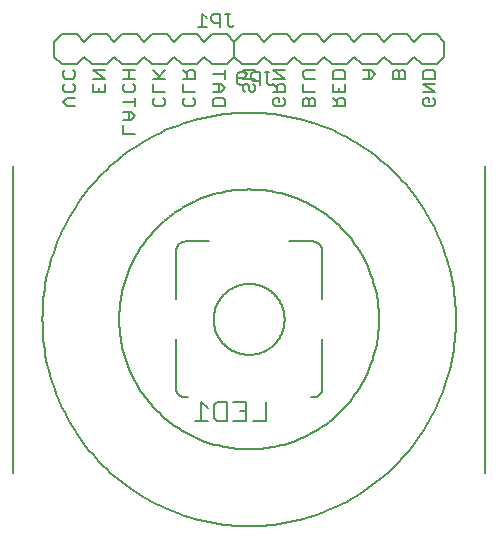
<source format=gbr>
G04 EAGLE Gerber RS-274X export*
G75*
%MOMM*%
%FSLAX34Y34*%
%LPD*%
%INSilkscreen Bottom*%
%IPPOS*%
%AMOC8*
5,1,8,0,0,1.08239X$1,22.5*%
G01*
%ADD10C,0.203200*%
%ADD11C,0.177800*%
%ADD12C,0.127000*%
%ADD13C,0.152400*%


D10*
X359164Y352782D02*
X360943Y351003D01*
X360943Y347444D01*
X359164Y345664D01*
X352046Y345664D01*
X350266Y347444D01*
X350266Y351003D01*
X352046Y352782D01*
X355605Y352782D01*
X355605Y349223D01*
X360943Y357358D02*
X350266Y357358D01*
X350266Y364476D02*
X360943Y357358D01*
X360943Y364476D02*
X350266Y364476D01*
X350266Y369052D02*
X360943Y369052D01*
X350266Y369052D02*
X350266Y374391D01*
X352046Y376170D01*
X359164Y376170D01*
X360943Y374391D01*
X360943Y369052D01*
X306584Y369052D02*
X299466Y369052D01*
X306584Y369052D02*
X310143Y372611D01*
X306584Y376170D01*
X299466Y376170D01*
X304805Y376170D02*
X304805Y369052D01*
X324866Y369052D02*
X335543Y369052D01*
X335543Y374391D01*
X333764Y376170D01*
X331984Y376170D01*
X330205Y374391D01*
X328425Y376170D01*
X326646Y376170D01*
X324866Y374391D01*
X324866Y369052D01*
X330205Y369052D02*
X330205Y374391D01*
X259343Y345664D02*
X248666Y345664D01*
X259343Y345664D02*
X259343Y351003D01*
X257564Y352782D01*
X255784Y352782D01*
X254005Y351003D01*
X252225Y352782D01*
X250446Y352782D01*
X248666Y351003D01*
X248666Y345664D01*
X254005Y345664D02*
X254005Y351003D01*
X259343Y357358D02*
X248666Y357358D01*
X248666Y364476D01*
X250446Y369052D02*
X259343Y369052D01*
X250446Y369052D02*
X248666Y370831D01*
X248666Y374391D01*
X250446Y376170D01*
X259343Y376170D01*
X233943Y351003D02*
X232164Y352782D01*
X233943Y351003D02*
X233943Y347444D01*
X232164Y345664D01*
X225046Y345664D01*
X223266Y347444D01*
X223266Y351003D01*
X225046Y352782D01*
X228605Y352782D01*
X228605Y349223D01*
X233943Y357358D02*
X223266Y357358D01*
X233943Y357358D02*
X233943Y362697D01*
X232164Y364476D01*
X228605Y364476D01*
X226825Y362697D01*
X226825Y357358D01*
X226825Y360917D02*
X223266Y364476D01*
X223266Y369052D02*
X233943Y369052D01*
X223266Y376170D01*
X233943Y376170D01*
X183143Y345664D02*
X172466Y345664D01*
X172466Y351003D01*
X174246Y352782D01*
X181364Y352782D01*
X183143Y351003D01*
X183143Y345664D01*
X179584Y357358D02*
X172466Y357358D01*
X179584Y357358D02*
X183143Y360917D01*
X179584Y364476D01*
X172466Y364476D01*
X177805Y364476D02*
X177805Y357358D01*
X172466Y372611D02*
X183143Y372611D01*
X183143Y369052D02*
X183143Y376170D01*
X81543Y364476D02*
X81543Y357358D01*
X70866Y357358D01*
X70866Y364476D01*
X76205Y360917D02*
X76205Y357358D01*
X81543Y369052D02*
X70866Y369052D01*
X70866Y376170D02*
X81543Y369052D01*
X81543Y376170D02*
X70866Y376170D01*
X96266Y322276D02*
X106943Y322276D01*
X96266Y322276D02*
X96266Y329394D01*
X96266Y333970D02*
X103384Y333970D01*
X106943Y337529D01*
X103384Y341088D01*
X96266Y341088D01*
X101605Y341088D02*
X101605Y333970D01*
X96266Y349223D02*
X106943Y349223D01*
X106943Y345664D02*
X106943Y352782D01*
X106943Y362697D02*
X105164Y364476D01*
X106943Y362697D02*
X106943Y359137D01*
X105164Y357358D01*
X98046Y357358D01*
X96266Y359137D01*
X96266Y362697D01*
X98046Y364476D01*
X96266Y369052D02*
X106943Y369052D01*
X101605Y369052D02*
X101605Y376170D01*
X106943Y376170D02*
X96266Y376170D01*
X130564Y352782D02*
X132343Y351003D01*
X132343Y347444D01*
X130564Y345664D01*
X123446Y345664D01*
X121666Y347444D01*
X121666Y351003D01*
X123446Y352782D01*
X121666Y357358D02*
X132343Y357358D01*
X121666Y357358D02*
X121666Y364476D01*
X121666Y369052D02*
X132343Y369052D01*
X125225Y369052D02*
X132343Y376170D01*
X127005Y370831D02*
X121666Y376170D01*
X155964Y352782D02*
X157743Y351003D01*
X157743Y347444D01*
X155964Y345664D01*
X148846Y345664D01*
X147066Y347444D01*
X147066Y351003D01*
X148846Y352782D01*
X147066Y357358D02*
X157743Y357358D01*
X147066Y357358D02*
X147066Y364476D01*
X147066Y369052D02*
X157743Y369052D01*
X157743Y374391D01*
X155964Y376170D01*
X152405Y376170D01*
X150625Y374391D01*
X150625Y369052D01*
X150625Y372611D02*
X147066Y376170D01*
X56143Y345664D02*
X49025Y345664D01*
X45466Y349223D01*
X49025Y352782D01*
X56143Y352782D01*
X56143Y362697D02*
X54364Y364476D01*
X56143Y362697D02*
X56143Y359138D01*
X54364Y357358D01*
X47246Y357358D01*
X45466Y359138D01*
X45466Y362697D01*
X47246Y364476D01*
X56143Y374391D02*
X54364Y376170D01*
X56143Y374391D02*
X56143Y370831D01*
X54364Y369052D01*
X47246Y369052D01*
X45466Y370831D01*
X45466Y374391D01*
X47246Y376170D01*
X206764Y364476D02*
X208543Y362697D01*
X208543Y359138D01*
X206764Y357358D01*
X204984Y357358D01*
X203205Y359138D01*
X203205Y362697D01*
X201425Y364476D01*
X199646Y364476D01*
X197866Y362697D01*
X197866Y359138D01*
X199646Y357358D01*
X197866Y369052D02*
X208543Y369052D01*
X201425Y372611D02*
X197866Y369052D01*
X201425Y372611D02*
X197866Y376170D01*
X208543Y376170D01*
X274066Y345664D02*
X284743Y345664D01*
X284743Y351003D01*
X282964Y352782D01*
X279405Y352782D01*
X277625Y351003D01*
X277625Y345664D01*
X277625Y349223D02*
X274066Y352782D01*
X284743Y357358D02*
X284743Y364476D01*
X284743Y357358D02*
X274066Y357358D01*
X274066Y364476D01*
X279405Y360917D02*
X279405Y357358D01*
X284743Y369052D02*
X274066Y369052D01*
X274066Y374391D01*
X275846Y376170D01*
X282964Y376170D01*
X284743Y374391D01*
X284743Y369052D01*
D11*
X3200Y295100D02*
X3200Y35100D01*
X403200Y35100D02*
X403200Y295100D01*
X28200Y165100D02*
X28253Y169395D01*
X28411Y173687D01*
X28674Y177974D01*
X29043Y182253D01*
X29516Y186522D01*
X30094Y190778D01*
X30776Y195018D01*
X31563Y199241D01*
X32452Y203443D01*
X33445Y207622D01*
X34539Y211775D01*
X35735Y215900D01*
X37033Y219994D01*
X38430Y224056D01*
X39926Y228082D01*
X41521Y232070D01*
X43213Y236017D01*
X45002Y239922D01*
X46886Y243782D01*
X48864Y247594D01*
X50935Y251357D01*
X53097Y255068D01*
X55351Y258725D01*
X57693Y262325D01*
X60123Y265866D01*
X62639Y269347D01*
X65239Y272766D01*
X67923Y276119D01*
X70688Y279405D01*
X73534Y282623D01*
X76457Y285770D01*
X79456Y288844D01*
X82530Y291843D01*
X85677Y294766D01*
X88895Y297612D01*
X92181Y300377D01*
X95534Y303061D01*
X98953Y305661D01*
X102434Y308177D01*
X105975Y310607D01*
X109575Y312949D01*
X113232Y315203D01*
X116943Y317365D01*
X120706Y319436D01*
X124518Y321414D01*
X128378Y323298D01*
X132283Y325087D01*
X136230Y326779D01*
X140218Y328374D01*
X144244Y329870D01*
X148306Y331267D01*
X152400Y332565D01*
X156525Y333761D01*
X160678Y334855D01*
X164857Y335848D01*
X169059Y336737D01*
X173282Y337524D01*
X177522Y338206D01*
X181778Y338784D01*
X186047Y339257D01*
X190326Y339626D01*
X194613Y339889D01*
X198905Y340047D01*
X203200Y340100D01*
X207495Y340047D01*
X211787Y339889D01*
X216074Y339626D01*
X220353Y339257D01*
X224622Y338784D01*
X228878Y338206D01*
X233118Y337524D01*
X237341Y336737D01*
X241543Y335848D01*
X245722Y334855D01*
X249875Y333761D01*
X254000Y332565D01*
X258094Y331267D01*
X262156Y329870D01*
X266182Y328374D01*
X270170Y326779D01*
X274117Y325087D01*
X278022Y323298D01*
X281882Y321414D01*
X285694Y319436D01*
X289457Y317365D01*
X293168Y315203D01*
X296825Y312949D01*
X300425Y310607D01*
X303966Y308177D01*
X307447Y305661D01*
X310866Y303061D01*
X314219Y300377D01*
X317505Y297612D01*
X320723Y294766D01*
X323870Y291843D01*
X326944Y288844D01*
X329943Y285770D01*
X332866Y282623D01*
X335712Y279405D01*
X338477Y276119D01*
X341161Y272766D01*
X343761Y269347D01*
X346277Y265866D01*
X348707Y262325D01*
X351049Y258725D01*
X353303Y255068D01*
X355465Y251357D01*
X357536Y247594D01*
X359514Y243782D01*
X361398Y239922D01*
X363187Y236017D01*
X364879Y232070D01*
X366474Y228082D01*
X367970Y224056D01*
X369367Y219994D01*
X370665Y215900D01*
X371861Y211775D01*
X372955Y207622D01*
X373948Y203443D01*
X374837Y199241D01*
X375624Y195018D01*
X376306Y190778D01*
X376884Y186522D01*
X377357Y182253D01*
X377726Y177974D01*
X377989Y173687D01*
X378147Y169395D01*
X378200Y165100D01*
X378147Y160805D01*
X377989Y156513D01*
X377726Y152226D01*
X377357Y147947D01*
X376884Y143678D01*
X376306Y139422D01*
X375624Y135182D01*
X374837Y130959D01*
X373948Y126757D01*
X372955Y122578D01*
X371861Y118425D01*
X370665Y114300D01*
X369367Y110206D01*
X367970Y106144D01*
X366474Y102118D01*
X364879Y98130D01*
X363187Y94183D01*
X361398Y90278D01*
X359514Y86418D01*
X357536Y82606D01*
X355465Y78843D01*
X353303Y75132D01*
X351049Y71475D01*
X348707Y67875D01*
X346277Y64334D01*
X343761Y60853D01*
X341161Y57434D01*
X338477Y54081D01*
X335712Y50795D01*
X332866Y47577D01*
X329943Y44430D01*
X326944Y41356D01*
X323870Y38357D01*
X320723Y35434D01*
X317505Y32588D01*
X314219Y29823D01*
X310866Y27139D01*
X307447Y24539D01*
X303966Y22023D01*
X300425Y19593D01*
X296825Y17251D01*
X293168Y14997D01*
X289457Y12835D01*
X285694Y10764D01*
X281882Y8786D01*
X278022Y6902D01*
X274117Y5113D01*
X270170Y3421D01*
X266182Y1826D01*
X262156Y330D01*
X258094Y-1067D01*
X254000Y-2365D01*
X249875Y-3561D01*
X245722Y-4655D01*
X241543Y-5648D01*
X237341Y-6537D01*
X233118Y-7324D01*
X228878Y-8006D01*
X224622Y-8584D01*
X220353Y-9057D01*
X216074Y-9426D01*
X211787Y-9689D01*
X207495Y-9847D01*
X203200Y-9900D01*
X198905Y-9847D01*
X194613Y-9689D01*
X190326Y-9426D01*
X186047Y-9057D01*
X181778Y-8584D01*
X177522Y-8006D01*
X173282Y-7324D01*
X169059Y-6537D01*
X164857Y-5648D01*
X160678Y-4655D01*
X156525Y-3561D01*
X152400Y-2365D01*
X148306Y-1067D01*
X144244Y330D01*
X140218Y1826D01*
X136230Y3421D01*
X132283Y5113D01*
X128378Y6902D01*
X124518Y8786D01*
X120706Y10764D01*
X116943Y12835D01*
X113232Y14997D01*
X109575Y17251D01*
X105975Y19593D01*
X102434Y22023D01*
X98953Y24539D01*
X95534Y27139D01*
X92181Y29823D01*
X88895Y32588D01*
X85677Y35434D01*
X82530Y38357D01*
X79456Y41356D01*
X76457Y44430D01*
X73534Y47577D01*
X70688Y50795D01*
X67923Y54081D01*
X65239Y57434D01*
X62639Y60853D01*
X60123Y64334D01*
X57693Y67875D01*
X55351Y71475D01*
X53097Y75132D01*
X50935Y78843D01*
X48864Y82606D01*
X46886Y86418D01*
X45002Y90278D01*
X43213Y94183D01*
X41521Y98130D01*
X39926Y102118D01*
X38430Y106144D01*
X37033Y110206D01*
X35735Y114300D01*
X34539Y118425D01*
X33445Y122578D01*
X32452Y126757D01*
X31563Y130959D01*
X30776Y135182D01*
X30094Y139422D01*
X29516Y143678D01*
X29043Y147947D01*
X28674Y152226D01*
X28411Y156513D01*
X28253Y160805D01*
X28200Y165100D01*
D12*
X93200Y165100D02*
X93233Y167800D01*
X93332Y170497D01*
X93498Y173192D01*
X93730Y175882D01*
X94027Y178565D01*
X94391Y181240D01*
X94819Y183906D01*
X95314Y186560D01*
X95873Y189201D01*
X96497Y191828D01*
X97185Y194438D01*
X97937Y197031D01*
X98752Y199605D01*
X99630Y202158D01*
X100571Y204688D01*
X101573Y207195D01*
X102637Y209677D01*
X103761Y212131D01*
X104945Y214557D01*
X106189Y216954D01*
X107490Y219319D01*
X108850Y221651D01*
X110266Y223950D01*
X111738Y226213D01*
X113266Y228439D01*
X114847Y230627D01*
X116482Y232775D01*
X118169Y234883D01*
X119907Y236949D01*
X121695Y238971D01*
X123533Y240949D01*
X125418Y242882D01*
X127351Y244767D01*
X129329Y246605D01*
X131351Y248393D01*
X133417Y250131D01*
X135525Y251818D01*
X137673Y253453D01*
X139861Y255034D01*
X142087Y256562D01*
X144350Y258034D01*
X146649Y259450D01*
X148981Y260810D01*
X151346Y262111D01*
X153743Y263355D01*
X156169Y264539D01*
X158623Y265663D01*
X161105Y266727D01*
X163612Y267729D01*
X166142Y268670D01*
X168695Y269548D01*
X171269Y270363D01*
X173862Y271115D01*
X176472Y271803D01*
X179099Y272427D01*
X181740Y272986D01*
X184394Y273481D01*
X187060Y273909D01*
X189735Y274273D01*
X192418Y274570D01*
X195108Y274802D01*
X197803Y274968D01*
X200500Y275067D01*
X203200Y275100D01*
X205900Y275067D01*
X208597Y274968D01*
X211292Y274802D01*
X213982Y274570D01*
X216665Y274273D01*
X219340Y273909D01*
X222006Y273481D01*
X224660Y272986D01*
X227301Y272427D01*
X229928Y271803D01*
X232538Y271115D01*
X235131Y270363D01*
X237705Y269548D01*
X240258Y268670D01*
X242788Y267729D01*
X245295Y266727D01*
X247777Y265663D01*
X250231Y264539D01*
X252657Y263355D01*
X255054Y262111D01*
X257419Y260810D01*
X259751Y259450D01*
X262050Y258034D01*
X264313Y256562D01*
X266539Y255034D01*
X268727Y253453D01*
X270875Y251818D01*
X272983Y250131D01*
X275049Y248393D01*
X277071Y246605D01*
X279049Y244767D01*
X280982Y242882D01*
X282867Y240949D01*
X284705Y238971D01*
X286493Y236949D01*
X288231Y234883D01*
X289918Y232775D01*
X291553Y230627D01*
X293134Y228439D01*
X294662Y226213D01*
X296134Y223950D01*
X297550Y221651D01*
X298910Y219319D01*
X300211Y216954D01*
X301455Y214557D01*
X302639Y212131D01*
X303763Y209677D01*
X304827Y207195D01*
X305829Y204688D01*
X306770Y202158D01*
X307648Y199605D01*
X308463Y197031D01*
X309215Y194438D01*
X309903Y191828D01*
X310527Y189201D01*
X311086Y186560D01*
X311581Y183906D01*
X312009Y181240D01*
X312373Y178565D01*
X312670Y175882D01*
X312902Y173192D01*
X313068Y170497D01*
X313167Y167800D01*
X313200Y165100D01*
X313167Y162400D01*
X313068Y159703D01*
X312902Y157008D01*
X312670Y154318D01*
X312373Y151635D01*
X312009Y148960D01*
X311581Y146294D01*
X311086Y143640D01*
X310527Y140999D01*
X309903Y138372D01*
X309215Y135762D01*
X308463Y133169D01*
X307648Y130595D01*
X306770Y128042D01*
X305829Y125512D01*
X304827Y123005D01*
X303763Y120523D01*
X302639Y118069D01*
X301455Y115643D01*
X300211Y113246D01*
X298910Y110881D01*
X297550Y108549D01*
X296134Y106250D01*
X294662Y103987D01*
X293134Y101761D01*
X291553Y99573D01*
X289918Y97425D01*
X288231Y95317D01*
X286493Y93251D01*
X284705Y91229D01*
X282867Y89251D01*
X280982Y87318D01*
X279049Y85433D01*
X277071Y83595D01*
X275049Y81807D01*
X272983Y80069D01*
X270875Y78382D01*
X268727Y76747D01*
X266539Y75166D01*
X264313Y73638D01*
X262050Y72166D01*
X259751Y70750D01*
X257419Y69390D01*
X255054Y68089D01*
X252657Y66845D01*
X250231Y65661D01*
X247777Y64537D01*
X245295Y63473D01*
X242788Y62471D01*
X240258Y61530D01*
X237705Y60652D01*
X235131Y59837D01*
X232538Y59085D01*
X229928Y58397D01*
X227301Y57773D01*
X224660Y57214D01*
X222006Y56719D01*
X219340Y56291D01*
X216665Y55927D01*
X213982Y55630D01*
X211292Y55398D01*
X208597Y55232D01*
X205900Y55133D01*
X203200Y55100D01*
X200500Y55133D01*
X197803Y55232D01*
X195108Y55398D01*
X192418Y55630D01*
X189735Y55927D01*
X187060Y56291D01*
X184394Y56719D01*
X181740Y57214D01*
X179099Y57773D01*
X176472Y58397D01*
X173862Y59085D01*
X171269Y59837D01*
X168695Y60652D01*
X166142Y61530D01*
X163612Y62471D01*
X161105Y63473D01*
X158623Y64537D01*
X156169Y65661D01*
X153743Y66845D01*
X151346Y68089D01*
X148981Y69390D01*
X146649Y70750D01*
X144350Y72166D01*
X142087Y73638D01*
X139861Y75166D01*
X137673Y76747D01*
X135525Y78382D01*
X133417Y80069D01*
X131351Y81807D01*
X129329Y83595D01*
X127351Y85433D01*
X125418Y87318D01*
X123533Y89251D01*
X121695Y91229D01*
X119907Y93251D01*
X118169Y95317D01*
X116482Y97425D01*
X114847Y99573D01*
X113266Y101761D01*
X111738Y103987D01*
X110266Y106250D01*
X108850Y108549D01*
X107490Y110881D01*
X106189Y113246D01*
X104945Y115643D01*
X103761Y118069D01*
X102637Y120523D01*
X101573Y123005D01*
X100571Y125512D01*
X99630Y128042D01*
X98752Y130595D01*
X97937Y133169D01*
X97185Y135762D01*
X96497Y138372D01*
X95873Y140999D01*
X95314Y143640D01*
X94819Y146294D01*
X94391Y148960D01*
X94027Y151635D01*
X93730Y154318D01*
X93498Y157008D01*
X93332Y159703D01*
X93233Y162400D01*
X93200Y165100D01*
D13*
X217124Y95452D02*
X217124Y79182D01*
X206278Y79182D01*
X200753Y95452D02*
X189906Y95452D01*
X200753Y95452D02*
X200753Y79182D01*
X189906Y79182D01*
X195330Y87317D02*
X200753Y87317D01*
X184381Y95452D02*
X184381Y79182D01*
X176246Y79182D01*
X173535Y81894D01*
X173535Y92740D01*
X176246Y95452D01*
X184381Y95452D01*
X168010Y90029D02*
X162586Y95452D01*
X162586Y79182D01*
X157163Y79182D02*
X168010Y79182D01*
D10*
X63500Y400050D02*
X57150Y406400D01*
X44450Y406400D01*
X38100Y400050D01*
X38100Y387350D02*
X44450Y381000D01*
X57150Y381000D01*
X63500Y387350D01*
X95250Y406400D02*
X107950Y406400D01*
X95250Y406400D02*
X88900Y400050D01*
X88900Y387350D02*
X95250Y381000D01*
X88900Y400050D02*
X82550Y406400D01*
X69850Y406400D01*
X63500Y400050D01*
X63500Y387350D02*
X69850Y381000D01*
X82550Y381000D01*
X88900Y387350D01*
X133350Y406400D02*
X139700Y400050D01*
X133350Y406400D02*
X120650Y406400D01*
X114300Y400050D01*
X114300Y387350D02*
X120650Y381000D01*
X133350Y381000D01*
X139700Y387350D01*
X114300Y400050D02*
X107950Y406400D01*
X114300Y387350D02*
X107950Y381000D01*
X95250Y381000D01*
X171450Y406400D02*
X184150Y406400D01*
X171450Y406400D02*
X165100Y400050D01*
X165100Y387350D02*
X171450Y381000D01*
X165100Y400050D02*
X158750Y406400D01*
X146050Y406400D01*
X139700Y400050D01*
X139700Y387350D02*
X146050Y381000D01*
X158750Y381000D01*
X165100Y387350D01*
X190500Y387350D02*
X190500Y400050D01*
X184150Y406400D01*
X190500Y387350D02*
X184150Y381000D01*
X171450Y381000D01*
X38100Y387350D02*
X38100Y400050D01*
D12*
X188720Y412623D02*
X190627Y414530D01*
X188720Y412623D02*
X186814Y412623D01*
X184907Y414530D01*
X184907Y424063D01*
X183001Y424063D02*
X186814Y424063D01*
X178933Y424063D02*
X178933Y412623D01*
X178933Y424063D02*
X173213Y424063D01*
X171307Y422156D01*
X171307Y418343D01*
X173213Y416436D01*
X178933Y416436D01*
X167239Y420250D02*
X163426Y424063D01*
X163426Y412623D01*
X167239Y412623D02*
X159613Y412623D01*
D10*
X349250Y381000D02*
X361950Y381000D01*
X368300Y387350D01*
X368300Y400050D02*
X361950Y406400D01*
X323850Y381000D02*
X317500Y387350D01*
X323850Y381000D02*
X336550Y381000D01*
X342900Y387350D01*
X342900Y400050D02*
X336550Y406400D01*
X323850Y406400D01*
X317500Y400050D01*
X342900Y387350D02*
X349250Y381000D01*
X342900Y400050D02*
X349250Y406400D01*
X361950Y406400D01*
X285750Y381000D02*
X273050Y381000D01*
X285750Y381000D02*
X292100Y387350D01*
X292100Y400050D02*
X285750Y406400D01*
X292100Y387350D02*
X298450Y381000D01*
X311150Y381000D01*
X317500Y387350D01*
X317500Y400050D02*
X311150Y406400D01*
X298450Y406400D01*
X292100Y400050D01*
X247650Y381000D02*
X241300Y387350D01*
X247650Y381000D02*
X260350Y381000D01*
X266700Y387350D01*
X266700Y400050D02*
X260350Y406400D01*
X247650Y406400D01*
X241300Y400050D01*
X266700Y387350D02*
X273050Y381000D01*
X266700Y400050D02*
X273050Y406400D01*
X285750Y406400D01*
X209550Y381000D02*
X196850Y381000D01*
X209550Y381000D02*
X215900Y387350D01*
X215900Y400050D02*
X209550Y406400D01*
X215900Y387350D02*
X222250Y381000D01*
X234950Y381000D01*
X241300Y387350D01*
X241300Y400050D02*
X234950Y406400D01*
X222250Y406400D01*
X215900Y400050D01*
X190500Y400050D02*
X190500Y387350D01*
X196850Y381000D01*
X190500Y400050D02*
X196850Y406400D01*
X209550Y406400D01*
X368300Y400050D02*
X368300Y387350D01*
D12*
X224185Y365254D02*
X222278Y363347D01*
X220372Y363347D01*
X218465Y365254D01*
X218465Y374787D01*
X220372Y374787D02*
X216558Y374787D01*
X212491Y374787D02*
X212491Y363347D01*
X212491Y374787D02*
X206771Y374787D01*
X204865Y372880D01*
X204865Y369067D01*
X206771Y367160D01*
X212491Y367160D01*
X200797Y365254D02*
X198890Y363347D01*
X195077Y363347D01*
X193171Y365254D01*
X193171Y372880D01*
X195077Y374787D01*
X198890Y374787D01*
X200797Y372880D01*
X200797Y370974D01*
X198890Y369067D01*
X193171Y369067D01*
D10*
X141200Y148100D02*
X141200Y107162D01*
X141202Y106967D01*
X141209Y106772D01*
X141221Y106578D01*
X141238Y106384D01*
X141259Y106190D01*
X141285Y105997D01*
X141315Y105805D01*
X141350Y105613D01*
X141390Y105422D01*
X141434Y105233D01*
X141483Y105044D01*
X141537Y104857D01*
X141595Y104671D01*
X141657Y104486D01*
X141724Y104303D01*
X141795Y104122D01*
X141871Y103942D01*
X141951Y103765D01*
X142035Y103589D01*
X142123Y103415D01*
X142216Y103244D01*
X142313Y103075D01*
X142414Y102908D01*
X142518Y102744D01*
X142627Y102582D01*
X142740Y102423D01*
X142856Y102267D01*
X142976Y102114D01*
X143100Y101963D01*
X143228Y101816D01*
X143358Y101672D01*
X143493Y101531D01*
X143631Y101393D01*
X143772Y101258D01*
X143916Y101128D01*
X144063Y101000D01*
X144214Y100876D01*
X144367Y100756D01*
X144523Y100640D01*
X144682Y100527D01*
X144844Y100418D01*
X145008Y100314D01*
X145175Y100213D01*
X145344Y100116D01*
X145515Y100023D01*
X145689Y99935D01*
X145865Y99851D01*
X146042Y99771D01*
X146222Y99695D01*
X146403Y99624D01*
X146586Y99557D01*
X146771Y99495D01*
X146957Y99437D01*
X147144Y99383D01*
X147333Y99334D01*
X147522Y99290D01*
X147713Y99250D01*
X147905Y99215D01*
X148097Y99185D01*
X148290Y99159D01*
X148484Y99138D01*
X148678Y99121D01*
X148872Y99109D01*
X149067Y99102D01*
X149262Y99100D01*
X151200Y99100D01*
X257138Y99100D02*
X257333Y99102D01*
X257528Y99109D01*
X257722Y99121D01*
X257916Y99138D01*
X258110Y99159D01*
X258303Y99185D01*
X258495Y99215D01*
X258687Y99250D01*
X258878Y99290D01*
X259067Y99334D01*
X259256Y99383D01*
X259443Y99437D01*
X259629Y99495D01*
X259814Y99557D01*
X259997Y99624D01*
X260178Y99695D01*
X260358Y99771D01*
X260535Y99851D01*
X260711Y99935D01*
X260885Y100023D01*
X261056Y100116D01*
X261225Y100213D01*
X261392Y100314D01*
X261556Y100418D01*
X261718Y100527D01*
X261877Y100640D01*
X262033Y100756D01*
X262186Y100876D01*
X262337Y101000D01*
X262484Y101128D01*
X262628Y101258D01*
X262769Y101393D01*
X262907Y101531D01*
X263042Y101672D01*
X263172Y101816D01*
X263300Y101963D01*
X263424Y102114D01*
X263544Y102267D01*
X263660Y102423D01*
X263773Y102582D01*
X263882Y102744D01*
X263986Y102908D01*
X264087Y103075D01*
X264184Y103244D01*
X264277Y103415D01*
X264365Y103589D01*
X264449Y103765D01*
X264529Y103942D01*
X264605Y104122D01*
X264676Y104303D01*
X264743Y104486D01*
X264805Y104671D01*
X264863Y104857D01*
X264917Y105044D01*
X264966Y105233D01*
X265010Y105422D01*
X265050Y105613D01*
X265085Y105805D01*
X265115Y105997D01*
X265141Y106190D01*
X265162Y106384D01*
X265179Y106578D01*
X265191Y106772D01*
X265198Y106967D01*
X265200Y107162D01*
X257138Y99100D02*
X255200Y99100D01*
X265200Y107162D02*
X265200Y148100D01*
X265200Y182100D02*
X265200Y223038D01*
X265198Y223233D01*
X265191Y223428D01*
X265179Y223622D01*
X265162Y223816D01*
X265141Y224010D01*
X265115Y224203D01*
X265085Y224395D01*
X265050Y224587D01*
X265010Y224778D01*
X264966Y224967D01*
X264917Y225156D01*
X264863Y225343D01*
X264805Y225529D01*
X264743Y225714D01*
X264676Y225897D01*
X264605Y226078D01*
X264529Y226258D01*
X264449Y226435D01*
X264365Y226611D01*
X264277Y226785D01*
X264184Y226956D01*
X264087Y227125D01*
X263986Y227292D01*
X263882Y227456D01*
X263773Y227618D01*
X263660Y227777D01*
X263544Y227933D01*
X263424Y228086D01*
X263300Y228237D01*
X263172Y228384D01*
X263042Y228528D01*
X262907Y228669D01*
X262769Y228807D01*
X262628Y228942D01*
X262484Y229072D01*
X262337Y229200D01*
X262186Y229324D01*
X262033Y229444D01*
X261877Y229560D01*
X261718Y229673D01*
X261556Y229782D01*
X261392Y229886D01*
X261225Y229987D01*
X261056Y230084D01*
X260885Y230177D01*
X260711Y230265D01*
X260535Y230349D01*
X260358Y230429D01*
X260178Y230505D01*
X259997Y230576D01*
X259814Y230643D01*
X259629Y230705D01*
X259443Y230763D01*
X259256Y230817D01*
X259067Y230866D01*
X258878Y230910D01*
X258687Y230950D01*
X258495Y230985D01*
X258303Y231015D01*
X258110Y231041D01*
X257916Y231062D01*
X257722Y231079D01*
X257528Y231091D01*
X257333Y231098D01*
X257138Y231100D01*
X237200Y231100D01*
X149262Y231100D02*
X149067Y231098D01*
X148872Y231091D01*
X148678Y231079D01*
X148484Y231062D01*
X148290Y231041D01*
X148097Y231015D01*
X147905Y230985D01*
X147713Y230950D01*
X147522Y230910D01*
X147333Y230866D01*
X147144Y230817D01*
X146957Y230763D01*
X146771Y230705D01*
X146586Y230643D01*
X146403Y230576D01*
X146222Y230505D01*
X146042Y230429D01*
X145865Y230349D01*
X145689Y230265D01*
X145515Y230177D01*
X145344Y230084D01*
X145175Y229987D01*
X145008Y229886D01*
X144844Y229782D01*
X144682Y229673D01*
X144523Y229560D01*
X144367Y229444D01*
X144214Y229324D01*
X144063Y229200D01*
X143916Y229072D01*
X143772Y228942D01*
X143631Y228807D01*
X143493Y228669D01*
X143358Y228528D01*
X143228Y228384D01*
X143100Y228237D01*
X142976Y228086D01*
X142856Y227933D01*
X142740Y227777D01*
X142627Y227618D01*
X142518Y227456D01*
X142414Y227292D01*
X142313Y227125D01*
X142216Y226956D01*
X142123Y226785D01*
X142035Y226611D01*
X141951Y226435D01*
X141871Y226258D01*
X141795Y226078D01*
X141724Y225897D01*
X141657Y225714D01*
X141595Y225529D01*
X141537Y225343D01*
X141483Y225156D01*
X141434Y224967D01*
X141390Y224778D01*
X141350Y224587D01*
X141315Y224395D01*
X141285Y224203D01*
X141259Y224010D01*
X141238Y223816D01*
X141221Y223622D01*
X141209Y223428D01*
X141202Y223233D01*
X141200Y223038D01*
X149262Y231100D02*
X169200Y231100D01*
X141200Y223038D02*
X141200Y182100D01*
X173200Y165100D02*
X173209Y165836D01*
X173236Y166572D01*
X173281Y167307D01*
X173344Y168041D01*
X173426Y168772D01*
X173525Y169502D01*
X173642Y170229D01*
X173776Y170953D01*
X173929Y171673D01*
X174099Y172389D01*
X174287Y173101D01*
X174492Y173809D01*
X174714Y174510D01*
X174954Y175207D01*
X175210Y175897D01*
X175484Y176581D01*
X175774Y177257D01*
X176080Y177927D01*
X176403Y178588D01*
X176742Y179242D01*
X177097Y179887D01*
X177468Y180523D01*
X177854Y181150D01*
X178256Y181767D01*
X178672Y182374D01*
X179104Y182971D01*
X179550Y183557D01*
X180010Y184132D01*
X180484Y184695D01*
X180971Y185247D01*
X181473Y185786D01*
X181987Y186313D01*
X182514Y186827D01*
X183053Y187329D01*
X183605Y187816D01*
X184168Y188290D01*
X184743Y188750D01*
X185329Y189196D01*
X185926Y189628D01*
X186533Y190044D01*
X187150Y190446D01*
X187777Y190832D01*
X188413Y191203D01*
X189058Y191558D01*
X189712Y191897D01*
X190373Y192220D01*
X191043Y192526D01*
X191719Y192816D01*
X192403Y193090D01*
X193093Y193346D01*
X193790Y193586D01*
X194491Y193808D01*
X195199Y194013D01*
X195911Y194201D01*
X196627Y194371D01*
X197347Y194524D01*
X198071Y194658D01*
X198798Y194775D01*
X199528Y194874D01*
X200259Y194956D01*
X200993Y195019D01*
X201728Y195064D01*
X202464Y195091D01*
X203200Y195100D01*
X203936Y195091D01*
X204672Y195064D01*
X205407Y195019D01*
X206141Y194956D01*
X206872Y194874D01*
X207602Y194775D01*
X208329Y194658D01*
X209053Y194524D01*
X209773Y194371D01*
X210489Y194201D01*
X211201Y194013D01*
X211909Y193808D01*
X212610Y193586D01*
X213307Y193346D01*
X213997Y193090D01*
X214681Y192816D01*
X215357Y192526D01*
X216027Y192220D01*
X216688Y191897D01*
X217342Y191558D01*
X217987Y191203D01*
X218623Y190832D01*
X219250Y190446D01*
X219867Y190044D01*
X220474Y189628D01*
X221071Y189196D01*
X221657Y188750D01*
X222232Y188290D01*
X222795Y187816D01*
X223347Y187329D01*
X223886Y186827D01*
X224413Y186313D01*
X224927Y185786D01*
X225429Y185247D01*
X225916Y184695D01*
X226390Y184132D01*
X226850Y183557D01*
X227296Y182971D01*
X227728Y182374D01*
X228144Y181767D01*
X228546Y181150D01*
X228932Y180523D01*
X229303Y179887D01*
X229658Y179242D01*
X229997Y178588D01*
X230320Y177927D01*
X230626Y177257D01*
X230916Y176581D01*
X231190Y175897D01*
X231446Y175207D01*
X231686Y174510D01*
X231908Y173809D01*
X232113Y173101D01*
X232301Y172389D01*
X232471Y171673D01*
X232624Y170953D01*
X232758Y170229D01*
X232875Y169502D01*
X232974Y168772D01*
X233056Y168041D01*
X233119Y167307D01*
X233164Y166572D01*
X233191Y165836D01*
X233200Y165100D01*
X233191Y164364D01*
X233164Y163628D01*
X233119Y162893D01*
X233056Y162159D01*
X232974Y161428D01*
X232875Y160698D01*
X232758Y159971D01*
X232624Y159247D01*
X232471Y158527D01*
X232301Y157811D01*
X232113Y157099D01*
X231908Y156391D01*
X231686Y155690D01*
X231446Y154993D01*
X231190Y154303D01*
X230916Y153619D01*
X230626Y152943D01*
X230320Y152273D01*
X229997Y151612D01*
X229658Y150958D01*
X229303Y150313D01*
X228932Y149677D01*
X228546Y149050D01*
X228144Y148433D01*
X227728Y147826D01*
X227296Y147229D01*
X226850Y146643D01*
X226390Y146068D01*
X225916Y145505D01*
X225429Y144953D01*
X224927Y144414D01*
X224413Y143887D01*
X223886Y143373D01*
X223347Y142871D01*
X222795Y142384D01*
X222232Y141910D01*
X221657Y141450D01*
X221071Y141004D01*
X220474Y140572D01*
X219867Y140156D01*
X219250Y139754D01*
X218623Y139368D01*
X217987Y138997D01*
X217342Y138642D01*
X216688Y138303D01*
X216027Y137980D01*
X215357Y137674D01*
X214681Y137384D01*
X213997Y137110D01*
X213307Y136854D01*
X212610Y136614D01*
X211909Y136392D01*
X211201Y136187D01*
X210489Y135999D01*
X209773Y135829D01*
X209053Y135676D01*
X208329Y135542D01*
X207602Y135425D01*
X206872Y135326D01*
X206141Y135244D01*
X205407Y135181D01*
X204672Y135136D01*
X203936Y135109D01*
X203200Y135100D01*
X202464Y135109D01*
X201728Y135136D01*
X200993Y135181D01*
X200259Y135244D01*
X199528Y135326D01*
X198798Y135425D01*
X198071Y135542D01*
X197347Y135676D01*
X196627Y135829D01*
X195911Y135999D01*
X195199Y136187D01*
X194491Y136392D01*
X193790Y136614D01*
X193093Y136854D01*
X192403Y137110D01*
X191719Y137384D01*
X191043Y137674D01*
X190373Y137980D01*
X189712Y138303D01*
X189058Y138642D01*
X188413Y138997D01*
X187777Y139368D01*
X187150Y139754D01*
X186533Y140156D01*
X185926Y140572D01*
X185329Y141004D01*
X184743Y141450D01*
X184168Y141910D01*
X183605Y142384D01*
X183053Y142871D01*
X182514Y143373D01*
X181987Y143887D01*
X181473Y144414D01*
X180971Y144953D01*
X180484Y145505D01*
X180010Y146068D01*
X179550Y146643D01*
X179104Y147229D01*
X178672Y147826D01*
X178256Y148433D01*
X177854Y149050D01*
X177468Y149677D01*
X177097Y150313D01*
X176742Y150958D01*
X176403Y151612D01*
X176080Y152273D01*
X175774Y152943D01*
X175484Y153619D01*
X175210Y154303D01*
X174954Y154993D01*
X174714Y155690D01*
X174492Y156391D01*
X174287Y157099D01*
X174099Y157811D01*
X173929Y158527D01*
X173776Y159247D01*
X173642Y159971D01*
X173525Y160698D01*
X173426Y161428D01*
X173344Y162159D01*
X173281Y162893D01*
X173236Y163628D01*
X173209Y164364D01*
X173200Y165100D01*
M02*

</source>
